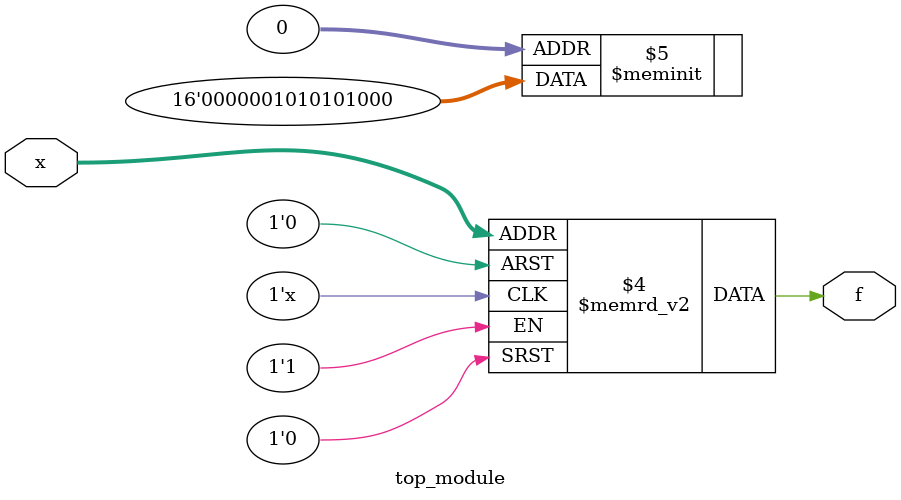
<source format=sv>
module top_module (
	input [4:1] x,
	output logic f
);

always_comb begin
	case ({x[4], x[3], x[2], x[1]})
		4'b0001: f = 1'b0;
		4'b0011: f = 1'b1;
		4'b0100: f = 1'b0;
		4'b0101: f = 1'b1;
		4'b0111: f = 1'b1;
		4'b1001: f = 1'b1;
		4'b1011: f = 1'b0;
		4'b1100: f = 1'b0;
		default: f = 1'b0;
	endcase
end

endmodule

</source>
